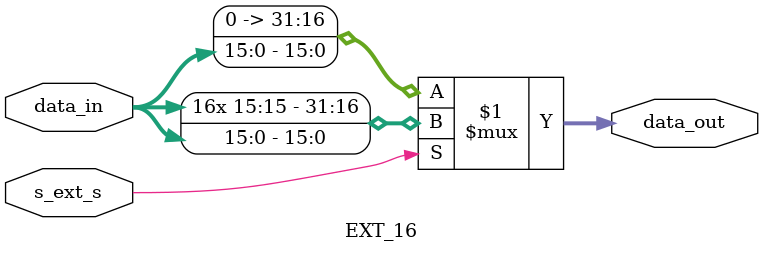
<source format=v>
module EXT_16 (
    input s_ext_s, // Means of extention.
    input [15:0] data_in, //Data to input.
    output [31:0] data_out //Data to output.
);
    assign data_out = s_ext_s ? {{16{data_in[15]}}, data_in} : {16'b0, data_in};
endmodule

</source>
